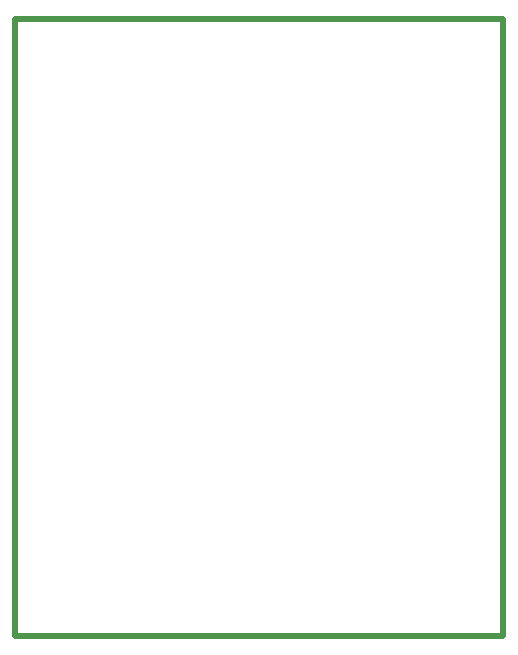
<source format=gko>
G04*
G04 #@! TF.GenerationSoftware,Altium Limited,Altium Designer,22.2.1 (43)*
G04*
G04 Layer_Color=16711935*
%FSLAX25Y25*%
%MOIN*%
G70*
G04*
G04 #@! TF.SameCoordinates,5435AC76-14FC-4701-A4E6-3609E34239AB*
G04*
G04*
G04 #@! TF.FilePolarity,Positive*
G04*
G01*
G75*
%ADD37C,0.01968*%
D37*
X158268Y-1181D02*
X161319D01*
X161319Y204724D02*
X161319Y-1181D01*
X22047D02*
X135447D01*
X-1181D02*
X22047D01*
X135447D02*
X158268D01*
X-1181D02*
Y204724D01*
X161319D01*
M02*

</source>
